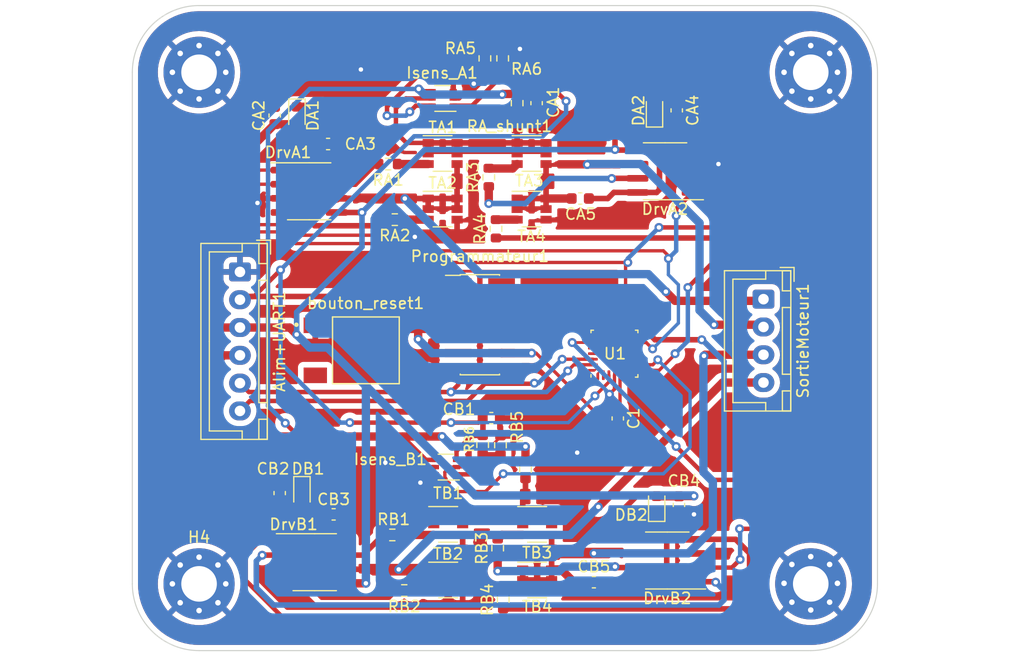
<source format=kicad_pcb>
(kicad_pcb (version 20211014) (generator pcbnew)
  (title_block (title "Driver Stepper Motor") (date "2022-12-28") (rev "2") (company "Tom CHARBONNEAU"))
  (layers (0 "F.Cu" signal) (31 "B.Cu" signal) (34 "B.Paste" user) (35 "F.Paste" user) (36 "B.SilkS" user "B.Silkscreen") (37 "F.SilkS" user "F.Silkscreen") (38 "B.Mask" user) (39 "F.Mask" user) (44 "Edge.Cuts" user))
  (net 0 "")
  (net 1 "GND")
  (net 2 "NRST")
  (net 3 "24V")
  (net 4 "12V")
  (net 5 "Net-(CA3-Pad1)")
  (net 6 "/Phase_A/A+")
  (net 7 "Net-(CA5-Pad1)")
  (net 8 "/Phase_A/A-")
  (net 9 "Net-(CB3-Pad1)")
  (net 10 "/Phase_B/B+")
  (net 11 "Net-(CB5-Pad1)")
  (net 12 "/Phase_B/B-")
  (net 13 "3,3V")
  (net 14 "PWMA")
  (net 15 "PWMA_IN")
  (net 16 "Net-(DrvA1-Pad4)")
  (net 17 "Net-(DrvA1-Pad7)")
  (net 18 "Net-(DrvA2-Pad4)")
  (net 19 "Net-(DrvA2-Pad7)")
  (net 20 "PWMB")
  (net 21 "PWMB_IN")
  (net 22 "Net-(DrvB1-Pad4)")
  (net 23 "Net-(DrvB1-Pad7)")
  (net 24 "Net-(DrvB2-Pad4)")
  (net 25 "Net-(DrvB2-Pad7)")
  (net 26 "Net-(Isens_A1-Pad5)")
  (net 27 "ADC_A")
  (net 28 "Net-(Isens_B1-Pad5)")
  (net 29 "ADC_B")
  (net 32 "SWDIO")
  (net 33 "SWCLK")
  (net 37 "Rx")
  (net 38 "Tx")
  (net 39 "Net-(RA1-Pad1)")
  (net 40 "Net-(RA2-Pad1)")
  (net 41 "Net-(RA3-Pad2)")
  (net 42 "Net-(RA4-Pad2)")
  (net 43 "Net-(RB1-Pad1)")
  (net 44 "Net-(RB2-Pad1)")
  (net 45 "Net-(RB3-Pad2)")
  (net 46 "Net-(RB4-Pad2)")
  (net 62 "Net-(Isens_A1-Pad1)")
  (net 63 "Net-(Isens_B1-Pad1)")
  (footprint "Resistor_SMD:R_0603_1608Metric" (layer "F.Cu") (at 91.35 171.725 -90)
    (fp_text reference "RB_shunt1" hide)
    (fp_text value "0,75m")
  )
  (footprint "Diode_SMD:D_0603_1608Metric" (layer "F.Cu") (at 103.15 174.9 90)
    (fp_text reference "DB2")
    (fp_text value "?")
  )
  (footprint "Package_TO_SOT_SMD:SuperSOT-6" (layer "F.Cu") (at 91.9 148.3)
    (fp_text reference "TA4")
    (fp_text value "FDC653N")
  )
  (footprint "Resistor_SMD:R_0603_1608Metric" (layer "F.Cu") (at 89.3 134.75 90)
    (fp_text reference "RA5")
    (fp_text value "100k")
  )
  (footprint "Package_TO_SOT_SMD:SuperSOT-6" (layer "F.Cu") (at 92.4 176.65)
    (fp_text reference "TB3")
    (fp_text value "FDC653N")
  )
  (footprint "Diode_SMD:D_0603_1608Metric" (layer "F.Cu") (at 71.25 173.8375 -90)
    (fp_text reference "DB1")
    (fp_text value "?")
  )
  (footprint "Resistor_SMD:R_0603_1608Metric" (layer "F.Cu") (at 79 144.25 180)
    (fp_text reference "RA1")
    (fp_text value "1k")
  )
  (footprint "Package_TO_SOT_SMD:SuperSOT-6" (layer "F.Cu") (at 92.4 181.65)
    (fp_text reference "TB4")
    (fp_text value "FDC653N")
  )
  (footprint "Package_SO:SOIC-8_3.9x4.9mm_P1.27mm" (layer "F.Cu") (at 71.9 146.7)
    (fp_text reference "DrvA1")
    (fp_text value "IR2183")
  )
  (footprint "Package_TO_SOT_SMD:SuperSOT-6" (layer "F.Cu") (at 83.9 148.3)
    (fp_text reference "TA2")
    (fp_text value "FDC653N")
  )
  (footprint "Connector_PinHeader_1.27mm:PinHeader_2x07_P1.27mm_Vertical_SMD" (layer "F.Cu") (at 87.25 158.7)
    (fp_text reference "Programmateur1")
    (fp_text value "swd")
  )
  (footprint "MountingHole:MountingHole_3.2mm_M3_Pad_Via" (layer "F.Cu") (at 62 136)
    (fp_text reference "H2" hide)
    (fp_text value "MountingHole_Pad" hide)
  )
  (footprint "Resistor_SMD:R_0603_1608Metric" (layer "F.Cu") (at 88.05 145.45 90)
    (fp_text reference "RA3")
    (fp_text value "1k")
  )
  (footprint "Package_TO_SOT_SMD:SuperSOT-6" (layer "F.Cu") (at 84.4 176.65)
    (fp_text reference "TB1")
    (fp_text value "FDC653N")
  )
  (footprint "Capacitor_SMD:C_0603_1608Metric" (layer "F.Cu") (at 92.35 138.775 90)
    (fp_text reference "CA1")
    (fp_text value "0,1uF")
  )
  (footprint "Package_SO:SOIC-8_3.9x4.9mm_P1.27mm" (layer "F.Cu") (at 72.4 180.05)
    (fp_text reference "DrvB1")
    (fp_text value "IR2183")
  )
  (footprint "Capacitor_SMD:C_0603_1608Metric" (layer "F.Cu") (at 97.5 181.85 180)
    (fp_text reference "CB5")
    (fp_text value "100nF")
  )
  (footprint "Connector_JST:JST_XH_B6B-XH-A_1x06_P2.50mm_Vertical" (layer "F.Cu") (at 65.675 153.95 -90)
    (fp_text reference "Alim+UART1")
    (fp_text value "Conn_01x06")
  )
  (footprint "MountingHole:MountingHole_3.2mm_M3_Pad_Via" (layer "F.Cu") (at 62 182)
    (fp_text reference "H4")
    (fp_text value "MountingHole_Pad")
  )
  (footprint "Package_TO_SOT_SMD:SuperSOT-6" (layer "F.Cu") (at 91.9 143.3)
    (fp_text reference "TA3")
    (fp_text value "FDC653N")
  )
  (footprint "Capacitor_SMD:C_0603_1608Metric" (layer "F.Cu") (at 68.8 139.8875 90)
    (fp_text reference "CA2")
    (fp_text value "100nF")
  )
  (footprint "Capacitor_SMD:C_0603_1608Metric" (layer "F.Cu") (at 69.25 173.8375 90)
    (fp_text reference "CB2")
    (fp_text value "100nF")
  )
  (footprint "Capacitor_SMD:C_0603_1608Metric" (layer "F.Cu") (at 105.15 174.9 -90)
    (fp_text reference "CB4")
    (fp_text value "100nF")
  )
  (footprint "Diode_SMD:D_0603_1608Metric" (layer "F.Cu") (at 102.95 139.4375 90)
    (fp_text reference "DA2")
    (fp_text value "?")
  )
  (footprint "Connector_JST:JST_XH_B4B-XH-A_1x04_P2.50mm_Vertical" (layer "F.Cu") (at 112.75 156.4 -90)
    (fp_text reference "SortieMoteur1")
    (fp_text value "OutMot")
  )
  (footprint "Resistor_SMD:R_0603_1608Metric" (layer "F.Cu") (at 87.7 134.75 -90)
    (fp_text reference "RA6")
    (fp_text value "100k")
  )
  (footprint "Resistor_SMD:R_0603_1608Metric" (layer "F.Cu") (at 89.1 169.525 90)
    (fp_text reference "RB5")
    (fp_text value "100k")
  )
  (footprint "Package_TO_SOT_SMD:SuperSOT-6" (layer "F.Cu") (at 84.4 181.65)
    (fp_text reference "TB2")
    (fp_text value "FDC653N")
  )
  (footprint "Package_TO_SOT_SMD:SOT-363_SC-70-6" (layer "F.Cu") (at 84.2 171.5 180)
    (fp_text reference "Isens_B1")
    (fp_text value "NCS210RSQT2G")
  )
  (footprint "Capacitor_SMD:C_0603_1608Metric" (layer "F.Cu") (at 73.6 142.45 180)
    (fp_text reference "CA3")
    (fp_text value "100nF")
  )
  (footprint "Package_TO_SOT_SMD:SuperSOT-6" (layer "F.Cu") (at 83.9 143.3)
    (fp_text reference "TA1")
    (fp_text value "FDC653N")
  )
  (footprint "Capacitor_SMD:C_0603_1608Metric" (layer "F.Cu") (at 96.275 147.35 180)
    (fp_text reference "CA5")
    (fp_text value "100nF")
  )
  (footprint "Resistor_SMD:R_0603_1608Metric" (layer "F.Cu") (at 88.85 178.8 90)
    (fp_text reference "RB3")
    (fp_text value "1k")
  )
  (footprint "Package_SO:SOIC-8_3.9x4.9mm_P1.27mm" (layer "F.Cu") (at 103.9 144.9 180)
    (fp_text reference "DrvA2")
    (fp_text value "IR2183")
  )
  (footprint "Resistor_SMD:R_0603_1608Metric" (layer "F.Cu") (at 88.7 150.075 90)
    (fp_text reference "RA4")
    (fp_text value "1k")
  )
  (footprint "Package_DFN_QFN:QFN-28_4x4mm_P0.5mm" (layer "F.Cu") (at 99.35 161.3 90)
    (fp_text reference "U1")
    (fp_text value "STM32G031G8U6")
  )
  (footprint "Resistor_SMD:R_0603_1608Metric" (layer "F.Cu") (at 90.6 138.775 -90)
    (fp_text reference "RA_shunt1")
    (fp_text value "0,75m")
  )
  (footprint "Resistor_SMD:R_0603_1608Metric" (layer "F.Cu") (at 79.375 177.6 180)
    (fp_text reference "RB1")
    (fp_text value "1k")
  )
  (footprint "Resistor_SMD:R_0603_1608Metric" (layer "F.Cu") (at 87.5 169.5 -90)
    (fp_text reference "RB6")
    (fp_text value "100k")
  )
  (footprint "Capacitor_SMD:C_0603_1608Metric" (layer "F.Cu") (at 74.1 175.75 180)
    (fp_text reference "CB3")
    (fp_text value "100nF")
  )
  (footprint "Capacitor_SMD:C_0603_1608Metric" (layer "F.Cu") (at 99.65 167.125 -90)
    (fp_text reference "C1")
    (fp_text value "0.1uF")
  )
  (footprint "Capacitor_SMD:C_0603_1608Metric" (layer "F.Cu") (at 104.95 139.425 -90)
    (fp_text reference "CA4")
    (fp_text value "100nF")
  )
  (footprint "MountingHole:MountingHole_3.2mm_M3_Pad_Via" (layer "F.Cu") (at 117 136)
    (fp_text reference "H1" hide)
    (fp_text value "MountingHole_Pad" hide)
  )
  (footprint "Package_SO:SOIC-8_3.9x4.9mm_P1.27mm" (layer "F.Cu") (at 104.1 179.9 180)
    (fp_text reference "DrvB2")
    (fp_text value "IR2183")
  )
  (footprint "Resistor_SMD:R_0603_1608Metric" (layer "F.Cu") (at 79.6 149.25 180)
    (fp_text reference "RA2")
    (fp_text value "1k")
  )
  (footprint "Package_TO_SOT_SMD:SOT-363_SC-70-6" (layer "F.Cu") (at 83.9 138.35 180)
    (fp_text reference "Isens_A1")
    (fp_text value "NCS210RSQT2G")
  )
  (footprint "Capacitor_SMD:C_0603_1608Metric" (layer "F.Cu") (at 88.275 167.1 180)
    (fp_text reference "CB1")
    (fp_text value "0,1uF")
  )
  (footprint "Resistor_SMD:R_0603_1608Metric" (layer "F.Cu") (at 80.45 182.6 180)
    (fp_text reference "RB2")
    (fp_text value "1k")
  )
  (footprint "MountingHole:MountingHole_3.2mm_M3_Pad_Via" (layer "F.Cu") (at 117 181.95)
    (fp_text reference "H3" hide)
    (fp_text value "MountingHole_Pad" hide)
  )
  (footprint "Diode_SMD:D_0603_1608Metric" (layer "F.Cu") (at 70.8 139.8875 -90)
    (fp_text reference "DA1")
    (fp_text value "?")
  )
  (footprint "Resistor_SMD:R_0603_1608Metric" (layer "F.Cu") (at 89.35 183.425 90)
    (fp_text reference "RB4")
    (fp_text value "1k")
  )
  (footprint "2-1437565-7:SW_2-1437565-7" (layer "F.Cu") (at 77 161)
    (fp_text reference "bouton_reset1")
    (fp_text value "SW_Push")
  )
  (gr_arc (start 62 188) (mid 57.757359 186.242641) (end 56 182) (layer "Edge.Cuts") (width 0.1))
  (gr_arc (start 117 130) (mid 121.242641 131.757359) (end 123 136) (layer "Edge.Cuts") (width 0.1))
  (gr_arc (start 56 136) (mid 57.757359 131.757359) (end 62 130) (layer "Edge.Cuts") (width 0.1))
  (gr_line (start 117 188) (end 62 188) (layer "Edge.Cuts") (width 0.1))
  (gr_line (start 56 182) (end 56 136) (layer "Edge.Cuts") (width 0.1))
  (gr_line (start 62 130) (end 117 130) (layer "Edge.Cuts") (width 0.1))
  (gr_line (start 123 136) (end 123 182) (layer "Edge.Cuts") (width 0.1))
  (gr_arc (start 123 182) (mid 121.242641 186.242641) (end 117 188) (layer "Edge.Cuts") (width 0.1))
  (segment (start 89.1 168.7) (end 89.1 168.7862) (width 0.25) (layer "F.Cu") (net 1))
  (segment (start 106.375 144.265) (end 104.985 144.265) (width 0.4) (layer "F.Cu") (net 1))
  (segment (start 84.25 171.8) (end 84.1 171.95) (width 0.3) (layer "F.Cu") (net 1))
  (segment (start 82.05 172.95) (end 81.95 172.95) (width 0.3) (layer "F.Cu") (net 1))
  (segment (start 104.985 144.265) (end 104.15 145.1) (width 0.4) (layer "F.Cu") (net 1))
  (segment (start 108.7 144.25) (end 106.39 144.25) (width 0.4) (layer "F.Cu") (net 1))
  (segment (start 81.95 172.95) (end 81.9 172.9) (width 0.3) (layer "F.Cu") (net 1))
  (segment (start 86.233 170.0022) (end 86.233 171.0182) (width 0.25) (layer "F.Cu") (net 1))
  (segment (start 88.4174 169.4688) (end 86.7664 169.4688) (width 0.25) (layer "F.Cu") (net 1))
  (segment (start 102.25 149.25) (end 93.2 149.25) (width 0.4) (layer "F.Cu") (net 1))
  (segment (start 104.15 145.1) (end 104.15 147.35) (width 0.4) (layer "F.Cu") (net 1))
  (segment (start 84.1 171.95) (end 84.1 172.75) (width 0.3) (layer "F.Cu") (net 1))
  (segment (start 106.39 144.25) (end 106.375 144.265) (width 0.4) (layer "F.Cu") (net 1))
  (segment (start 84.1 172.75) (end 83.9 172.95) (width 0.3) (layer "F.Cu") (net 1))
  (segment (start 86.7664 169.4688) (end 86.233 170.0022) (width 0.25) (layer "F.Cu") (net 1))
  (segment (start 106.5 175.75) (end 105.225 175.75) (width 0.5) (layer "F.Cu") (net 1))
  (segment (start 98.9 164.95) (end 99.35 164.5) (width 0.3) (layer "F.Cu") (net 1))
  (segment (start 89.1 167.125) (end 89.075 167.1) (width 0.4) (layer "F.Cu") (net 1))
  (segment (start 85.3755 138.35) (end 86.7 137.0255) (width 0.4) (layer "F.Cu") (net 1))
  (segment (start 99.35 164.5) (end 99.35 163.2375) (width 0.3) (layer "F.Cu") (net 1))
  (segment (start 83.9 172.95) (end 82.05 172.95) (width 0.3) (layer "F.Cu") (net 1))
  (segment (start 85.7512 171.5) (end 85.15 171.5) (width 0.25) (layer "F.Cu") (net 1))
  (segment (start 86.233 171.0182) (end 85.7512 171.5) (width 0.25) (layer "F.Cu") (net 1))
  (segment (start 85.15 171.5) (end 84.55 171.5) (width 0.3) (layer "F.Cu") (net 1))
  (segment (start 84.85 138.35) (end 85.3755 138.35) (width 0.4) (layer "F.Cu") (net 1))
  (segment (start 89.1 168.7862) (end 88.4174 169.4688) (width 0.25) (layer "F.Cu") (net 1))
  (segment (start 104.15 147.35) (end 102.25 149.25) (width 0.4) (layer "F.Cu") (net 1))
  (segment (start 105.225 175.75) (end 105.15 175.675) (width 0.5) (layer "F.Cu") (net 1))
  (segment (start 84.55 171.5) (end 84.25 171.8) (width 0.3) (layer "F.Cu") (net 1))
  (via (at 81.4 150.8) (size 0.8) (drill 0.4) (layers "F.Cu" "B.Cu") (net 1))
  (via (at 81.9 172.9) (size 0.8) (drill 0.4) (layers "F.Cu" "B.Cu") (net 1))
  (via (at 90.85 133.9) (size 0.8) (drill 0.4) (layers "F.Cu" "B.Cu") (net 1))
  (via (at 98.9 164.95) (size 0.8) (drill 0.4) (layers "F.Cu" "B.Cu") (net 1))
  (via (at 76.55 135.75) (size 0.8) (drill 0.4) (layers "F.Cu" "B.Cu") (net 1))
  (via (at 67.25 147.75) (size 0.8) (drill 0.4) (layers "F.Cu" "B.Cu") (net 1))
  (via (at 86.7 137.0255) (size 0.8) (drill 0.4) (layers "F.Cu" "B.Cu") (net 1))
  (via (at 78.75 171.1) (size 0.8) (drill 0.4) (layers "F.Cu" "B.Cu") (net 1))
  (via (at 108.7 144.25) (size 0.8) (drill 0.4) (layers "F.Cu" "B.Cu") (net 1))
  (via (at 106.5 175.75) (size 0.8) (drill 0.4) (layers "F.Cu" "B.Cu") (net 1))
  (via (at 96 170.2) (size 0.8) (drill 0.4) (layers "F.Cu" "B.Cu") (net 1))
  (segment (start 65.675 153.95) (end 65.675 149.325) (width 0.3) (layer "B.Cu") (net 1))
  (segment (start 65.675 149.325) (end 67.25 147.75) (width 0.3) (layer "B.Cu") (net 1))
  (segment (start 85.4245 135.75) (end 76.55 135.75) (width 0.4) (layer "B.Cu") (net 1))
  (segment (start 86.7 137.0255) (end 85.4245 135.75) (width 0.4) (layer "B.Cu") (net 1))
  (segment (start 81.9 172.9) (end 80.55 172.9) (width 0.3) (layer "B.Cu") (net 1))
  (segment (start 80.55 172.9) (end 78.75 171.1) (width 0.3) (layer "B.Cu") (net 1))
  (segment (start 86.7 137.0255) (end 87.7245 137.0255) (width 0.4) (layer "B.Cu") (net 1))
  (segment (start 87.7245 137.0255) (end 90.85 133.9) (width 0.4) (layer "B.Cu") (net 1))
  (segment (start 81.4 150.8) (end 79.3 152.9) (width 0.3) (layer "B.Cu") (net 1))
  (segment (start 79.3 152.9) (end 79.3 158.48) (width 0.3) (layer "B.Cu") (net 1))
  (segment (start 92.3 161.25) (end 97.7 166.65) (width 0.3) (layer "F.Cu") (net 2))
  (segment (start 97.7 166.65) (end 99.05 166.65) (width 0.3) (layer "F.Cu") (net 2))
  (segment (start 91.9 161.25) (end 92.3 161.25) (width 0.3) (layer "F.Cu") (net 2))
  (segment (start 81.7 160) (end 81.7 158.9) (width 0.75) (layer "F.Cu") (net 2))
  (segment (start 89.21 161.25) (end 89.2 161.24) (width 0.75) (layer "F.Cu") (net 2))
  (segment (start 81.7 158.9) (end 81.55 158.75) (width 0.75) (layer "F.Cu") (net 2))
  (segment (start 99.05 166.65) (end 99.85 165.85) (width 0.3) (layer "F.Cu") (net 2))
  (segment (start 99.85 165.85) (end 99.85 163.2375) (width 0.3) (layer "F.Cu") (net 2))
  (segment (start 91.9 161.25) (end 89.21 161.25) (width 0.75) (layer "F.Cu") (net 2))
  (via (at 81.7 160) (size 0.8) (drill 0.4) (layers "F.Cu" "B.Cu") (net 2))
  (via (at 91.9 161.25) (size 0.8) (drill 0.4) (layers "F.Cu" "B.Cu") (net 2))
  (segment (start 81.7 160) (end 82.95 161.25) (width 0.75) (layer "B.Cu") (net 2))
  (segment (start 82.95 161.25) (end 91.9 161.25) (width 0.75) (layer "B.Cu") (net 2))
  (segment (start 83.85 168.75) (end 80.3 168.75) (width 0.75) (layer "F.Cu") (net 3))
  (segment (start 71.5 168.75) (end 64.8 168.75) (width 0.75) (layer "F.Cu") (net 3))
  (segment (start 83.25 170.85) (end 82.4 170.85) (width 0.4) (layer "F.Cu") (net 3))
  (segment (start 64.2 161.45) (end 65.675 161.45) (width 0.75) (layer "F.Cu") (net 3))
  (segment (start 63.7 167.65) (end 63.7 161.95) (width 0.75) (layer "F.Cu") (net 3))
  (segment (start 63.7 161.95) (end 64.2 161.45) (width 0.75) (layer "F.Cu") (net 3))
  (segment (start 69.75 167.55) (end 70.95 168.75) (width 0.4) (layer "F.Cu") (net 3))
  (segment (start 89.3 137.95) (end 89.25 138) (width 0.75) (layer "F.Cu") (net 3))
  (segment (start 70.95 168.75) (end 71.5 168.75) (width 0.4) (layer "F.Cu") (net 3))
  (segment (start 80.3 168.75) (end 71.5 168.75) (width 0.75) (layer "F.Cu") (net 3))
  (segment (start 91.35 169.65) (end 91.35 170.9) (width 0.75) (layer "F.Cu") (net 3))
  (segment (start 64.8 168.75) (end 63.7 167.65) (width 0.75) (layer "F.Cu") (net 3))
  (segment (start 90.6 137.95) (end 89.3 137.95) (width 0.75) (layer "F.Cu") (net 3))
  (segment (start 82.95 137.7) (end 81.95 137.7) (width 0.4) (layer "F.Cu") (net 3))
  (segment (start 81.95 137.7) (end 81.75 137.5) (width 0.4) (layer "F.Cu") (net 3))
  (segment (start 82.4 170.85) (end 80.3 168.75) (width 0.4) (layer "F.Cu") (net 3))
  (via (at 81.75 137.5) (size 0.8) (drill 0.4) (layers "F.Cu" "B.Cu") (net 3))
  (via (at 89.25 138) (size 0.8) (drill 0.4) (layers "F.Cu" "B.Cu") (net 3))
  (via (at 91.35 169.65) (size 0.8) (drill 0.4) (layers "F.Cu" "B.Cu") (net 3))
  (via (at 83.85 168.75) (size 0.8) (drill 0.4) (layers "F.Cu" "B.Cu") (net 3))
  (via (at 69.75 167.55) (size 0.8) (drill 0.4) (layers "F.Cu" "B.Cu") (net 3))
  (segment (start 84.75 169.65) (end 83.85 168.75) (width 0.75) (layer "B.Cu") (net 3))
  (segment (start 89.25 138) (end 82.25 138) (width 0.75) (layer "B.Cu") (net 3))
  (segment (start 91.35 169.65) (end 84.75 169.65) (width 0.75) (layer "B.Cu") (net 3))
  (segment (start 71.95 137.5) (end 81.75 137.5) (width 0.4) (layer "B.Cu") (net 3))
  (segment (start 68.2 166) (end 68.2 141.25) (width 0.4) (layer "B.Cu") (net 3))
  (segment (start 69.75 167.55) (end 68.2 166) (width 0.4) (layer "B.Cu") (net 3))
  (segment (start 82.25 138) (end 81.75 137.5) (width 0.75) (layer "B.Cu") (net 3))
  (segment (start 68.2 141.25) (end 71.95 137.5) (width 0.4) (layer "B.Cu") (net 3))
  (segment (start 76.645 148.605) (end 76.65 148.6) (width 0.5) (layer "F.Cu") (net 4))
  (segment (start 74.375 148.605) (end 76.645 148.605) (width 0.5) (layer "F.Cu") (net 4))
  (segment (start 74.88 181.95) (end 74.875 181.955) (width 0.75) (layer "F.Cu") (net 4))
  (segment (start 70.15 158.95) (end 65.675 158.95) (width 0.75) (layer "F.Cu") (net 4))
  (segment (start 99.4 140.95) (end 101.7 138.65) (width 0.5) (layer "F.Cu") (net 4))
  (segment (start 101.625 177.995) (end 101.195 177.995) (width 0.5) (layer "F.Cu") (net 4))
  (segment (start 99.445 142.995) (end 99.4 142.95) (width 0.5) (layer "F.Cu") (net 4))
  (segment (start 101.7 138.65) (end 102.95 138.65) (width 0.5) (layer "F.Cu") (net 4))
  (segment (start 68.8125 140.675) (end 68.8 140.6625) (width 0.75) (layer "F.Cu") (net 4))
  (segment (start 101.425 142.995) (end 99.445 142.995) (width 0.5) (layer "F.Cu") (net 4))
  (segment (start 62.35 158.95) (end 65.675 158.95) (width 0.75) (layer "F.Cu") (net 4))
  (segment (start 69.25 174.6125) (end 71.2375 174.6125) (width 0.75) (layer "F.Cu") (net 4))
  (segment (start 70.8 140.675) (end 68.8125 140.675) (width 0.75) (layer "F.Cu") (net 4))
  (segment (start 62.35 168.6) (end 62.35 161) (width 0.75) (layer "F.Cu") (net 4))
  (segment (start 103.1625 174.125) (end 103.15 174.1125) (width 0.75) (layer "F.Cu") (net 4))
  (segment (start 70.775 159.575) (end 70.15 158.95) (width 0.75) (layer "F.Cu") (net 4))
  (segment (start 106.5 174.1) (end 105.175 174.1) (width 0.75) (layer "F.Cu") (net 4))
  (segment (start 68.3625 174.6125) (end 62.35 168.6) (width 0.75) (layer "F.Cu") (net 4))
  (segment (start 100.15 175.3) (end 101.3375 174.1125) (width 0.5) (layer "F.Cu") (net 4))
  (segment (start 71.2375 174.6125) (end 71.25 174.625) (width 0.75) (layer "F.Cu") (net 4))
  (segment (start 105.175 174.1) (end 105.15 174.125) (width 0.75) (layer "F.Cu") (net 4))
  (segment (start 62.35 147.1125) (end 62.35 161) (width 0.75) (layer "F.Cu") (net 4))
  (segment (start 69.25 174.6125) (end 68.3625 174.6125) (width 0.75) (layer "F.Cu") (net 4))
  (segment (start 62.35 161) (end 62.35 158.95) (width 0.75) (layer "F.Cu") (net 4))
  (segment (start 101.195 177.995) (end 100.15 176.95) (width 0.5) (layer "F.Cu") (net 4))
  (segment (start 99.4 142.95) (end 99.4 140.95) (width 0.5) (layer "F.Cu") (net 4))
  (segment (start 68.8 140.6625) (end 62.35 147.1125) (width 0.75) (layer "F.Cu") (net 4))
  (segment (start 100.15 176.95) (end 100.15 175.3) (width 0.5) (layer "F.Cu") (net 4))
  (segment (start 77 181.95) (end 74.88 181.95) (width 0.75) (layer "F.Cu") (net 4))
  (segment (start 105.15 174.125) (end 103.1625 174.125) (width 0.75) (layer "F.Cu") (net 4))
  (segment (start 101.3375 174.1125) (end 103.15 174.1125) (width 0.5) (layer "F.Cu") (net 4))
  (segment (start 104.95 138.65) (end 102.95 138.65) (width 0.75) (layer "F.Cu") (net 4))
  (via (at 77 181.95) (size 0.8) (drill 0.4) (layers "F.Cu" "B.Cu") (net 4))
  (via (at 99.4 142.95) (size 0.8) (drill 0.4) (layers "F.Cu" "B.Cu") (net 4))
  (via (at 106.5 174.1) (size 0.8) (drill 0.4) (layers "F.Cu" "B.Cu") (net 4))
  (via (at 70.775 159.575) (size 0.8) (drill 0.4) (layers "F.Cu" "B.Cu") (net 4))
  (via (at 76.65 148.6) (size 0.8) (drill 0.4) (layers "F.Cu" "B.Cu") (net 4))
  (segment (start 76.6 163.8) (end 77 164.2) (width 0.75) (layer "B.Cu") (net 4))
  (segment (start 70.775 157.575) (end 76.65 151.7) (width 0.5) (layer "B.Cu") (net 4))
  (segment (start 70.775 159.575) (end 71.95 160.75) (width 0.75) (layer "B.Cu") (net 4))
  (segment (start 77 164.2) (end 77 181.95) (width 0.75) (layer "B.Cu") (net 4))
  (segment (start 106.5 174.1) (end 106.45 174.05) (width 0.75) (layer "B.Cu") (net 4))
  (segment (start 73.55 160.75) (end 76.6 163.8) (width 0.75) (layer "B.Cu") (net 4))
  (segment (start 76.65 151.7) (end 76.65 148.6) (width 0.5) (layer "B.Cu") (net 4))
  (segment (start 82.3 142.95) (end 76.65 148.6) (width 0.5) (layer "B.Cu") (net 4))
  (segment (start 71.95 160.75) (end 73.55 160.75) (width 0.75) (layer "B.Cu") (net 4))
  (segment (start 70.775 159.575) (end 70.775 157.575) (width 0.5) (layer "B.Cu") (net 4))
  (segment (start 106.45 174.05) (end 86.85 174.05) (width 0.75) (layer "B.Cu") (net 4))
  (segment (start 86.85 174.05) (end 76.6 163.8) (width 0.75) (layer "B.Cu") (net 4))
  (segment (start 99.4 142.95) (end 82.3 142.95) (width 0.5) (layer "B.Cu") (net 4))
  (segment (start 74.375 142.45) (end 74.375 144.795) (width 0.75) (layer "F.Cu") (net 5))
  (segment (start 74.375 140.325) (end 73.15 139.1) (width 0.75) (layer "F.Cu") (net 5))
  (segment (start 74.375 142.45) (end 74.375 140.325) (width 0.75) (layer "F.Cu") (net 5))
  (segment (start 73.15 139.1) (end 70.8 139.1) (width 0.75) (layer "F.Cu") (net 5))
  (segment (start 72.75 147.35) (end 74.36 147.35) (width 0.75) (layer "F.Cu") (net 6))
  (segment (start 71.8 146.4) (end 72.75 147.35) (width 0.75) (layer "F.Cu") (net 6))
  (segment (start 72.65 142.45) (end 71.8 143.3) (width 0.75) (layer "F.Cu") (net 6))
  (segment (start 103.975 155.725) (end 104.8 156.55) (width 0.75) (layer "F.Cu") (net 6))
  (segment (start 71.8 143.3) (end 71.8 146.4) (width 0.75) (layer "F.Cu") (net 6))
  (segment (start 104.8 156.55) (end 112.6 156.55) (width 0.75) (layer "F.Cu") (net 6))
  (segment (start 112.6 156.55) (end 112.75 156.4) (width 0.75) (layer "F.Cu") (net 6))
  (segment (start 72.825 142.45) (end 72.65 142.45) (width 0.75) (layer "F.Cu") (net 6))
  (segment (start 74.36 147.35) (end 74.375 147.335) (width 0.75) (layer "F.Cu") (net 6))
  (via (at 80.5 147.35) (size 0.8) (drill 0.4) (layers "F.Cu" "B.Cu") (net 6))
  (via (at 103.975 155.725) (size 0.8) (drill 0.4) (layers "F.Cu" "B.Cu") (net 6))
  (segment (start 87.3 154.15) (end 80.5 147.35) (width 0.75) (layer "B.Cu") (net 6))
  (segment (start 102.4 154.15) (end 87.3 154.15) (width 0.75) (layer "B.Cu") (net 6))
  (segment (start 103.975 155.725) (end 102.4 154.15) (width 0.75) (layer "B.Cu") (net 6))
  (segment (start 103.145 146.805) (end 103.4 146.55) (width 0.5) (layer "F.Cu") (net 7))
  (segment (start 103.4 146.55) (end 103.4 141.65) (width 0.5) (layer "F.Cu") (net 7))
  (segment (start 101.425 146.805) (end 103.145 146.805) (width 0.5) (layer "F.Cu") (net 7))
  (segment (start 101.42 146.8) (end 101.425 146.805) (width 0.5) (layer "F.Cu") (net 7))
  (segment (start 97.05 147.35) (end 98.75 147.35) (width 0.5) (layer "F.Cu") (net 7))
  (segment (start 103.4 141.65) (end 102.95 141.2) (width 0.5) (layer "F.Cu") (net 7))
  (segment (start 99.3 146.8) (end 101.42 146.8) (width 0.5) (layer "F.Cu") (net 7))
  (segment (start 102.95 141.2) (end 102.95 140.225) (width 0.5) (layer "F.Cu") (net 7))
  (segment (start 98.75 147.35) (end 99.3 146.8) (width 0.5) (layer "F.Cu") (net 7))
  (segment (start 93.2 147.35) (end 95.5 147.35) (width 0.75) (layer "F.Cu") (net 8))
  (segment (start 112.55 158.7) (end 112.75 158.9) (width 0.75) (layer "F.Cu") (net 8))
  (segment (start 108.3 158.7) (end 112.55 158.7) (width 0.75) (layer "F.Cu") (net 8))
  (via (at 96.9 144.3) (size 0.8) (drill 0.4) (layers "F.Cu" "B.Cu") (net 8))
  (via (at 108.3 158.7) (size 0.8) (drill 0.4) (layers "F.Cu" "B.Cu") (net 8))
  (segment (start 107 157.4) (end 107 149.55) (width 0.75) (layer "B.Cu") (net 8))
  (segment (start 101.7 144.25) (end 96.95 144.25) (width 0.75) (layer "B.Cu") (net 8))
  (segment (start 96.95 144.25) (end 96.9 144.3) (width 0.75) (layer "B.Cu") (net 8))
  (segment (start 107 149.55) (end 101.7 144.25) (width 0.75) (layer "B.Cu") (net 8))
  (segment (start 108.3 158.7) (end 107 157.4) (width 0.75) (layer "B.Cu") (net 8))
  (segment (start 74.875 178.145) (end 74.875 175.75) (width 0.75) (layer "F.Cu") (net 9))
  (segment (start 74.875 174.175) (end 73.75 173.05) (width 0.75) (layer "F.Cu") (net 9))
  (segment (start 73.75 173.05) (end 71.25 173.05) (width 0.75) (layer "F.Cu") (net 9))
  (segment (start 74.875 175.75) (end 74.875 174.175) (width 0.75) (layer "F.Cu") (net 9))
  (segment (start 72.6 176.475) (end 73.325 175.75) (width 0.75) (layer "F.Cu") (net 10))
  (segment (start 97.9 175.0745) (end 109.0745 163.9) (width 0.75) (layer "F.Cu") (net 10))
  (segment (start 74.875 180.685) (end 73.085 180.685) (width 0.75) (layer "F.Cu") (net 10))
  (segment (start 73.085 180.685) (end 72.6 180.2) (width 0.75) (layer "F.Cu") (net 10))
  (segment (start 72.6 180.2) (end 72.6 176.475) (width 0.75) (layer "F.Cu") (net 10))
  (segment (start 109.0745 163.9) (end 112.75 163.9) (width 0.75) (layer "F.Cu") (net 10))
  (via (at 97.9 175.0745) (size 0.8) (drill 0.4) (layers "F.Cu" "B.Cu") (net 10))
  (via (at 79.95 180.7) (size 0.8) (drill 0.4) (layers "F.Cu" "B.Cu") (net 10))
  (segment (start 83.05 177.6) (end 79.95 180.7) (width 0.75) (layer "B.Cu") (net 10))
  (segment (start 95.3745 177.6) (end 83.05 177.6) (width 0.75) (layer "B.Cu") (net 10))
  (segment (start 97.9 175.0745) (end 95.3745 177.6) (width 0.75) (layer "B.Cu") (net 10))
  (segment (start 104.05 177.45) (end 104.05 181.05) (width 0.5) (layer "F.Cu") (net 11))
  (segment (start 103.15 175.6875) (end 103.15 176.55) (width 0.5) (layer "F.Cu") (net 11))
  (segment (start 103.15 176.55) (end 104.05 177.45) (width 0.5) (layer "F.Cu") (net 11))
  (segment (start 103.295 181.805) (end 101.625 181.805) (width 0.5) (layer "F.Cu") (net 11))
  (segment (start 104.05 181.05) (end 103.295 181.805) (width 0.5) (layer "F.Cu") (net 11))
  (segment (start 98.32 181.805) (end 98.275 181.85) (width 0.5) (layer "F.Cu") (net 11))
  (segment (start 101.625 181.805) (end 98.32 181.805) (width 0.5) (layer "F.Cu") (net 11))
  (segment (start 107.5 161.4) (end 112.75 161.4) (width 0.75) (layer "F.Cu") (net 12))
  (segment (start 96.725 181.85) (end 95.7 181.85) (width 0.75) (layer "F.Cu") (net 12))
  (segment (start 94.55 180.7) (end 93.7 180.7) (width 0.75) (layer "F.Cu") (net 12))
  (segment (start 95.7 181.85) (end 94.55 180.7) (width 0.75) (layer "F.Cu") (net 12))
  (segment (start 107.5 161.4) (end 107.4 161.5) (width 0.75) (layer "F.Cu") (net 12))
  (via (at 107.4 161.5) (size 0.8) (drill 0.4) (layers "F.Cu" "B.Cu") (net 12))
  (via (at 97.5 179.25) (size 0.8) (drill 0.4) (layers "F.Cu" "B.Cu") (net 12))
  (segment (start 108.2 177.05) (end 106 179.25) (width 0.75) (layer "B.Cu") (net 12))
  (segment (start 107.4 161.5) (end 107.35 161.55) (width 0.75) (layer "B.Cu") (net 12))
  (segment (start 107.35 161.55) (end 107.35 171.95) (width 0.75) (layer "B.Cu") (net 12))
  (segment (start 108.2 172.8) (end 108.2 177.05) (width 0.75) (layer "B.Cu") (net 12))
  (segment (start 106 179.25) (end 97.5 179.25) (width 0.75) (layer "B.Cu") (net 12))
  (segment (start 107.35 171.95) (end 108.2 172.8) (width 0.75) (layer "B.Cu") (net 12))
  (segment (start 75.55 167.5) (end 87.125 167.5) (width 0.4) (layer "F.Cu") (net 13))
  (segment (start 86.5 168.7) (end 87.5 168.7) (width 0.4) (layer "F.Cu") (net 13))
  (segment (start 66.94 156.16) (end 66.79 156.16) (width 0.4) (layer "F.Cu") (net 13))
  (segment (start 85.3 156.16) (end 67.99 156.16) (width 0.5) (layer "F.Cu") (net 13))
  (segment (start 95 138.6) (end 94.35 137.95) (width 0.4) (layer "F.Cu") (net 13))
  (segment (start 84.85 137.7) (end 84.85 136.5) (width 0.5) (layer "F.Cu") (net 13))
  (segment (start 92.4 137.95) (end 92.35 138) (width 0.4) (layer "F.Cu") (net 13))
  (segment (start 85.15 170.85) (end 85.15 170.05) (width 0.4) (layer "F.Cu") (net 13))
  (segment (start 67.99 156.16) (end 66.79 156.16) (width 0.5) (layer "F.Cu") (net 13))
  (segment (start 98.85 163.85) (end 97.6 165.1) (width 0.3) (layer "F.Cu") (net 13))
  (segment (start 87.425 133.925) (end 87.7 133.925) (width 0.5) (layer "F.Cu") (net 13))
  (segment (start 87.525 167.1) (end 87.525 168.675) (width 0.5) (layer "F.Cu") (net 13))
  (segment (start 69.325 153.775) (end 66.94 156.16) (width 0.4) (layer "F.Cu") (net 13))
  (segment (start 65.965 156.16) (end 65.675 156.45) (width 0.5) (layer "F.Cu") (net 13))
  (segment (start 91.55 132.6) (end 88.15 132.6) (width 0.5) (layer "F.Cu") (net 13))
  (segment (start 85.15 170.05) (end 86.5 168.7) (width 0.4) (layer "F.Cu") (net 13))
  (segment (start 88.15 132.6) (end 87.7 133.05) (width 0.5) (layer "F.Cu") (net 13))
  (segment (start 84.85 136.5) (end 87.425 133.925) (width 0.5) (layer "F.Cu") (net 13))
  (segment (start 98.85 163.2375) (end 98.85 163.85) (width 0.3) (layer "F.Cu") (net 13))
  (segment (start 66.79 156.16) (end 65.965 156.16) (width 0.5) (layer "F.Cu") (net 13))
  (segment (start 87.525 168.675) (end 87.5 168.7) (width 0.5) (layer "F.Cu") (net 13))
  (segment (start 92.35 138) (end 92.35 133.4) (width 0.5) (layer "F.Cu") (net 13))
  (segment (start 94.35 137.95) (end 92.4 137.95) (width 0.4) (layer "F.Cu") (net 13))
  (segment (start 87.7 133.05) (end 87.7 133.925) (width 0.5) (layer "F.Cu") (net 13))
  (segment (start 92.35 133.4) (end 91.55 132.6) (width 0.5) (layer "F.Cu") (net 13))
  (segment (start 87.125 167.5) (end 87.525 167.1) (width 0.4) (layer "F.Cu") (net 13))
  (via (at 69.325 153.775) (size 0.8) (drill 0.4) (layers "F.Cu" "B.Cu") (net 13))
  (via (at 97.6 165.1) (size 0.8) (drill 0.4) (layers "F.Cu" "B.Cu") (net 13))
  (via (at 95 138.6) (size 0.8) (drill 0.4) (layers "F.Cu" "B.Cu") (net 13))
  (via (at 84.65 167.5) (size 0.8) (drill 0.4) (layers "F.Cu" "B.Cu") (net 13))
  (via (at 75.55 167.5) (size 0.8) (drill 0.4) (layers "F.Cu" "B.Cu") (net 13))
  (segment (start 69.325 153.775) (end 69.325 162.125) (width 0.4) (layer "B.Cu") (net 13))
  (segment (start 95 139.65) (end 95 138.6) (width 0.4) (layer "B.Cu") (net 13))
  (segment (start 92.9 141.75) (end 95 139.65) (width 0.4) (layer "B.Cu") (net 13))
  (segment (start 74.7 167.5) (end 75.55 167.5) (width 0.4) (layer "B.Cu") (net 13))
  (segment (start 84.65 167.5) (end 95.2 167.5) (width 0.3) (layer "B.Cu") (net 13))
  (segment (start 69.325 153.775) (end 81.35 141.75) (width 0.4) (layer "B.Cu") (net 13))
  (segment (start 95.2 167.5) (end 97.6 165.1) (width 0.3) (layer "B.Cu") (net 13))
  (segment (start 81.35 141.75) (end 92.9 141.75) (width 0.4) (layer "B.Cu") (net 13))
  (segment (start 69.325 162.125) (end 74.7 167.5) (width 0.4) (layer "B.Cu") (net 13))
  (segment (start 65.4 148.95) (end 65.4 146.85) (width 0.3) (layer "F.Cu") (net 14))
  (segment (start 108 149.95) (end 103.35 149.95) (width 0.4) (layer "F.Cu") (net 14))
  (segment (start 66.8 150.35) (end 65.4 148.95) (width 0.3) (layer "F.Cu") (net 14))
  (segment (start 100.35 159.3625) (end 100.35 153.3) (width 0.3) (layer "F.Cu") (net 14))
  (segment (start 80.05 153.1) (end 78.35 151.4) (width 0.3) (layer "F.Cu") (net 14))
  (segment (start 70.7 151.4) (end 69.65 150.35) (width 0.3) (layer "F.Cu") (net 14))
  (segment (start 109.2 148.75) (end 108 149.95) (width 0.4) (layer "F.Cu") (net 14))
  (segment (start 100.55 153.1) (end 80.05 153.1) (width 0.3) (layer "F.Cu") (net 14))
  (segment (start 65.4 146.85) (end 67.455 144.795) (width 0.3) (layer "F.Cu") (net 14))
  (segment (start 67.455 144.795) (end 69.425 144.795) (width 0.3) (layer "F.Cu") (net 14))
  (segment (start 69.65 150.35) (end 66.8 150.35) (width 0.3) (layer "F.Cu") (net 14))
  (segment (start 109.2 146.15) (end 109.2 148.75) (width 0.4) (layer "F.Cu") (net 14))
  (segment (start 100.35 153.3) (end 100.55 153.1) (width 0.3) (layer "F.Cu") (net 14))
  (segment (start 78.35 151.4) (end 70.7 151.4) (width 0.3) (layer "F.Cu") (net 14))
  (segment (start 106.375 145.535) (end 108.585 145.535) (width 0.4) (layer "F.Cu") (net 14))
  (segment (start 108.585 145.535) (end 109.2 146.15) (width 0.4) (layer "F.Cu") (net 14))
  (via (at 100.55 153.1) (size 0.8) (drill 0.4) (layers "F.Cu" "B.Cu") (net 14))
  (via (at 103.35 149.95) (size 0.8) (drill 0.4) (layers "F.Cu" "B.Cu") (net 14))
  (segment (start 100.55 153.1) (end 100.55 152.75) (width 0.4) (layer "B.Cu") (net 14))
  (segment (start 100.55 152.75) (end 103.35 149.95) (width 0.4) (layer "B.Cu") (net 14))
  (segment (start 78.9 150.65) (end 71.2 150.65) (width 0.3) (layer "F.Cu") (net 15))
  (segment (start 102.781115 160.870817) (end 102.210298 160.3) (width 0.3) (layer "F.Cu") (net 15))
  (segment (start 106.375 146.805) (end 104.9 148.28) (width 0.4) (layer "F.Cu") (net 15))
  (segment (start 80.3 152.05) (end 78.9 150.65) (width 0.3) (layer "F.Cu") (net 15))
  (segment (start 66.2 148.55) (end 66.2 147.3) (width 0.3) (layer "F.Cu") (net 15))
  (segment (start 66.2 147.3) (end 67.435 146.065) (width 0.3) (layer "F.Cu") (net 15))
  (segment (start 70.25 149.7) (end 67.35 149.7) (width 0.3) (layer "F.Cu") (net 15))
  (segment (start 104.2 152.75) (end 104.2 152.5) (width 0.3) (layer "F.Cu") (net 15))
  (segment (start 67.35 149.7) (end 66.2 148.55) (width 0.3) (layer "F.Cu") (net 15))
  (segment (start 71.2 150.65) (end 70.25 149.7) (width 0.3) (layer "F.Cu") (net 15))
  (segment (start 104.2 152.5) (end 103.75 152.05) (width 0.3) (layer "F.Cu") (net 15))
  (segment (start 104.9 148.28) (end 104.9 148.9) (width 0.4) (layer "F.Cu") (net 15))
  (segment (start 103.75 152.05) (end 80.3 152.05) (width 0.3) (layer "F.Cu") (net 15))
  (segment (start 102.210298 160.3) (end 101.2875 160.3) (width 0.3) (layer "F.Cu") (net 15))
  (segment (start 67.435 146.065) (end 69.425 146.065) (width 0.3) (layer "F.Cu") (net 15))
  (via (at 104.2 152.75) (size 0.8) (drill 0.4) (layers "F.Cu" "B.Cu") (net 15))
  (via (at 102.781115 160.870817) (size 0.8) (drill 0.4) (layers "F.Cu" "B.Cu") (net 15))
  (via (at 104.9 148.9) (size 0.8) (drill 0.4) (layers "F.Cu" "B.Cu") (net 15))
  (segment (start 104.2 152.75) (end 104.2 154.2) (width 0.3) (layer "B.Cu") (net 15))
  (segment (start 105.1 155.1) (end 105.1 158.551932) (width 0.3) (layer "B.Cu") (net 15))
  (segment (start 104.2 152.75) (end 104.9 152.05) (width 0.4) (layer "B.Cu") (net 15))
  (segment (start 105.1 158.551932) (end 102.781115 160.870817) (width 0.3) (layer "B.Cu") (net 15))
  (segment (start 104.9 152.05) (end 104.9 148.9) (width 0.4) (layer "B.Cu") (net 15))
  (segment (start 104.2 154.2) (end 105.1 155.1) (width 0.3) (layer "B.Cu") (net 15))
  (segment (start 78.225 149.8) (end 72.4 149.8) (width 0.5) (layer "F.Cu") (net 16))
  (segment (start 78.775 149.25) (end 78.225 149.8) (width 0.5) (layer "F.Cu") (net 16))
  (segment (start 72.4 149.8) (end 71.205 148.605) (width 0.5) (layer "F.Cu") (net 16))
  (segment (start 71.205 148.605) (end 69.425 148.605) (width 0.5) (layer "F.Cu") (net 16))
  (segment (start 76.035 146.065) (end 74.375 146.065) (width 0.5) (layer "F.Cu") (net 17))
  (segment (start 78.175 144.25) (end 77.85 144.25) (width 0.5) (layer "F.Cu") (net 17))
  (segment (start 77.85 144.25) (end 76.035 146.065) (width 0.5) (layer "F.Cu") (net 17))
  (segment (start 108.65 150.9) (end 88.7 150.9) (width 0.5) (layer "F.Cu") (net 18))
  (segment (start 110.4 149.15) (end 108.65 150.9) (width 0.5) (layer "F.Cu") (net 18))
  (segment (start 106.375 142.995) (end 109.595 142.995) (width 0.5) (layer "F.Cu") (net 18))
  (segment (start 110.4 143.8) (end 110.4 149.15) (width 0.5) (layer "F.Cu") (net 18))
  (segment (start 109.595 142.995) (end 110.4 143.8) (width 0.5) (layer "F.Cu") (net 18))
  (segment (start 88.05 146.275) (end 88.05 147.8) (width 0.75) (layer "F.Cu") (net 19))
  (segment (start 99.115 145.535) (end 99.1 145.55) (width 0.5) (layer "F.Cu") (net 19))
  (segment (start 101.425 145.535) (end 99.115 145.535) (width 0.5) (layer "F.Cu") (net 19))
  (via (at 99.1 145.55) (size 0.8) (drill 0.4) (layers "F.Cu" "B.Cu") (net 19))
  (via (at 88.05 147.8) (size 0.8) (drill 0.4) (layers "F.Cu" "B.Cu") (net 19))
  (segment (start 99.1 145.55) (end 93.6 145.55) (width 0.5) (layer "B.Cu") (net 19))
  (segment (start 93.6 145.55) (end 91.35 147.8) (width 0.5) (layer "B.Cu") (net 19))
  (segment (start 91.35 147.8) (end 88.05 147.8) (width 0.5) (layer "B.Cu") (net 19))
  (segment (start 67.455 178.145) (end 66.2 179.4) (width 0.4) (layer "F.Cu") (net 20))
  (segment (start 112.6 174.1) (end 111.15 172.65) (width 0.4) (layer "F.Cu") (net 20))
  (segment (start 66.2 179.4) (end 66.2 181.7) (width 0.4) (layer "F.Cu") (net 20))
  (segment (start 107.9 172.65) (end 104.9 169.65) (width 0.4) (layer "F.Cu") (net 20))
  (segment (start 69.55 185.05) (end 110.9 185.05) (width 0.4) (layer "F.Cu") (net 20))
  (segment (start 69.925 178.145) (end 67.455 178.145) (width 0.4) (layer "F.Cu") (net 20))
  (segment (start 112.6 175.4) (end 112.6 174.1) (width 0.4) (layer "F.Cu") (net 20))
  (segment (start 110.9 185.05) (end 112.6 183.35) (width 0.4) (layer "F.Cu") (net 20))
  (segment (start 109.915 180.535) (end 106.575 180.535) (width 0.4) (layer "F.Cu") (net 20))
  (segment (start 112.6 183.35) (end 112.6 175.4) (width 0.4) (layer "F.Cu") (net 20))
  (segment (start 111.95 177.05) (end 112.6 176.4) (width 0.4) (layer "F.Cu") (net 20))
  (segment (start 111.15 172.65) (end 107.9 172.65) (width 0.4) (layer "F.Cu") (net 20))
  (segment (start 66.2 181.7) (end 69.55 185.05) (width 0.4) (layer "F.Cu") (net 20))
  (segment (start 97.4125 160.3) (end 95.55 160.3) (width 0.25) (layer "F.Cu") (net 20))
  (segment (start 110.6 177.05) (end 111.95 177.05) (width 0.4) (layer "F.Cu") (net 20))
  (segment (start 112.6 176.4) (end 112.6 175.4) (width 0.4) (layer "F.Cu") (net 20))
  (segment (start 110.65 179.8) (end 109.915 180.535) (width 0.4) (layer "F.Cu") (net 20))
  (via (at 110.6 177.05) (size 0.8) (drill 0.4) (layers "F.Cu" "B.Cu") (net 20))
  (via (at 110.65 179.8) (size 0.8) (drill 0.4) (layers "F.Cu" "B.Cu") (net 20))
  (via (at 95.55 160.3) (size 0.8) (drill 0.4) (layers "F.Cu" "B.Cu") (net 20))
  (via (at 104.9 169.65) (size 0.8) (drill 0.4) (layers "F.Cu" "B.Cu") (net 20))
  (segment (start 104.9 169.65) (end 95.55 160.3) (width 0.4) (layer "B.Cu") (net 20))
  (segment (start 110.65 177.1) (end 110.65 179.8) (width 0.4) (layer "B.Cu") (net 20))
  (segment (start 110.6 177.05) (end 110.65 177.1) (width 0.4) (layer "B.Cu") (net 20))
  (segment (start 108.405 181.805) (end 108.45 181.85) (width 0.5) (layer "F.Cu") (net 21))
  (segment (start 103 160.05) (end 102.75 159.8) (width 0.5) (layer "F.Cu") (net 21))
  (segment (start 106.575 181.805) (end 108.405 181.805) (width 0.5) (layer "F.Cu") (net 21))
  (segment (start 107.2 160.05) (end 103 160.05) (width 0.5) (layer "F.Cu") (net 21))
  (segment (start 101.3475 159.8) (end 102.75 159.8) (width 0.3) (layer "F.Cu") (net 21))
  (segment (start 67.685 179.415) (end 67.675 179.425) (width 0.5) (layer "F.Cu") (net 21))
  (segment (start 69.925 179.415) (end 67.685 179.415) (width 0.5) (layer "F.Cu") (net 21))
  (via (at 107.2 160.05) (size 0.8) (drill 0.4) (layers "F.Cu" "B.Cu") (net 21))
  (via (at 108.45 181.85) (size 0.8) (drill 0.4) (layers "F.Cu" "B.Cu") (net 21))
  (via (at 67.675 179.425) (size 0.8) (drill 0.4) (layers "F.Cu" "B.Cu") (net 21))
  (segment (start 109.2 182.6) (end 109.2 162) (width 0.5) (layer "B.Cu") (net 21))
  (segment (start 67.15 179.95) (end 67.15 182.35) (width 0.5) (layer "B.Cu") (net 21))
  (segment (start 109.2 183.45) (end 109.2 182.6) (width 0.5) (layer "B.Cu") (net 21))
  (segment (start 107.25 160.05) (end 107.2 160.05) (width 0.5) (layer "B.Cu") (net 21))
  (segment (start 108.75 183.9) (end 109.2 183.45) (width 0.5) (layer "B.Cu") (net 21))
  (segment (start 67.675 179.425) (end 67.15 179.95) (width 0.5) (layer "B.Cu") (net 21))
  (segment (start 109.2 182.6) (end 108.45 181.85) (width 0.5) (layer "B.Cu") (net 21))
  (segment (start 68.7 183.9) (end 108.75 183.9) (width 0.5) (layer "B.Cu") (net 21))
  (segment (start 67.15 182.35) (end 68.7 183.9) (width 0.5) (layer "B.Cu") (net 21))
  (segment (start 109.2 162) (end 107.25 160.05) (width 0.5) (layer "B.Cu") (net 21))
  (segment (start 73.05 183.2) (end 71.805 181.955) (width 0.5) (layer "F.Cu") (net 22))
  (segment (start 71.805 181.955) (end 69.925 181.955) (width 0.5) (layer "F.Cu") (net 22))
  (segment (start 79.625 182.6) (end 79.625 182.625) (width 0.5) (layer "F.Cu") (net 22))
  (segment (start 79.05 183.2) (end 73.05 183.2) (width 0.5) (layer "F.Cu") (net 22))
  (segment (start 79.625 182.625) (end 79.05 183.2) (width 0.5) (layer "F.Cu") (net 22))
  (segment (start 74.875 179.415) (end 76.735 179.415) (width 0.5) (layer "F.Cu") (net 23))
  (segment (start 76.735 179.415) (end 78.55 177.6) (width 0.5) (layer "F.Cu") (net 23))
  (segment (start 106.575 177.995) (end 110.245 177.995) (width 0.5) (layer "F.Cu") (net 24))
  (segment (start 111.5 183.05) (end 110.3 184.25) (width 0.5) (layer "F.Cu") (net 24))
  (segment (start 110.245 177.995) (end 111.5 179.25) (width 0.5) (layer "F.Cu") (net 24))
  (segment (start 111.5 179.25) (end 111.5 183.05) (width 0.5) (layer "F.Cu") (net 24))
  (segment (start 110.3 184.25) (end 89.35 184.25) (width 0.5) (layer "F.Cu") (net 24))
  (segment (start 101.625 180.535) (end 99.485 180.535) (width 0.5) (layer "F.Cu") (net 25))
  (segment (start 88.85 179.625) (end 88.85 180.85) (width 0.75) (layer "F.Cu") (net 25))
  (segment (start 99.485 180.535) (end 99.4 180.45) (width 0.5) (layer "F.Cu") (net 25))
  (via (at 99.4 180.45) (size 0.8) (drill 0.4) (layers "F.Cu" "B.Cu") (net 25))
  (via (at 88.85 180.85) (size 0.8) (drill 0.4) (layers "F.Cu" "B.Cu") (net 25))
  (segment (start 94.8 180.45) (end 99.4 180.45) (width 0.75) (layer "B.Cu") (net 25))
  (segment (start 94.4 180.85) (end 94.8 180.45) (width 0.75) (layer "B.Cu") (net 25))
  (segment (start 88.85 180.85) (end 94.4 180.85) (width 0.75) (layer "B.Cu") (net 25))
  (segment (start 80.6 138.35) (end 79.7 139.25) (width 0.4) (layer "F.Cu") (net 26))
  (segment (start 82.95 138.35) (end 80.6 138.35) (width 0.4) (layer "F.Cu") (net 26))
  (segment (start 79.7 139.25) (end 79.7 141.4) (width 0.4) (layer "F.Cu") (net 26))
  (segment (start 80.65 142.35) (end 82.6 142.35) (width 0.4) (layer "F.Cu") (net 26))
  (segment (start 79.7 141.4) (end 80.65 142.35) (width 0.4) (layer "F.Cu") (net 26))
  (segment (start 104.8 161.360661) (end 103.360661 162.8) (width 0.3) (layer "F.Cu") (net 27))
  (segment (start 104.8 161.3) (end 104.8 161.360661) (width 0.3) (layer "F.Cu") (net 27))
  (segment (start 78.9 139.1) (end 86.15 131.85) (width 0.4) (layer "F.Cu") (net 27))
  (segment (start 112.05 149.25) (end 105.95 155.35) (width 0.4) (layer "F.Cu") (net 27))
  (segment (start 103.360661 162.8) (end 101.3475 162.8) (width 0.3) (layer "F.Cu") (net 27))
  (segment (start 99.558883 131.9) (end 102.3 131.9) (width 0.4) (layer "F.Cu") (net 27))
  (segment (start 99.508883 131.85) (end 99.558883 131.9) (width 0.4) (layer "F.Cu") (net 27))
  (segment (start 112.05 141.65) (end 112.05 149.25) (width 0.4) (layer "F.Cu") (net 27))
  (segment (start 81.5 139) (end 82.95 139) (width 0.4) (layer "F.Cu") (net 27))
  (segment (start 102.3 131.9) (end 112.05 141.65) (width 0.4) (layer "F.Cu") (net 27))
  (segment (start 78.9 139.9) (end 78.9 139.1) (width 0.4) (layer "F.Cu") (net 27))
  (segment (start 86.15 131.85) (end 99.508883 131.85) (width 0.4) (layer "F.Cu") (net 27))
  (segment (start 80.95 139.55) (end 81.5 139) (width 0.4) (layer "F.Cu") (net 27))
  (via (at 80.95 139.55) (size 0.8) (drill 0.4) (layers "F.Cu" "B.Cu") (net 27))
  (via (at 78.9 139.9) (size 0.8) (drill 0.4) (layers "F.Cu" "B.Cu") (net 27))
  (via (at 105.95 155.35) (size 0.8) (drill 0.4) (layers "F.Cu" "B.Cu") (net 27))
  (via (at 104.8 161.3) (size 0.8) (drill 0.4) (layers "F.Cu" "B.Cu") (net 27))
  (segment (start 105.95 160.15) (end 105.95 155.35) (width 0.4) (layer "B.Cu") (net 27))
  (segment (start 80.6 139.9) (end 78.9 139.9) (width 0.4) (layer "B.Cu") (net 27))
  (segment (start 80.95 139.55) (end 80.6 139.9) (width 0.4) (layer "B.Cu") (net 27))
  (segment (start 104.8 161.3) (end 105.95 160.15) (width 0.4) (layer "B.Cu") (net 27))
  (segment (start 79.95 174.85) (end 80.8 175.7) (width 0.4) (layer "F.Cu") (net 28))
  (segment (start 80.95 171.5) (end 79.95 172.5) (width 0.4) (layer "F.Cu") (net 28))
  (segment (start 79.95 172.5) (end 79.95 174.85) (width 0.4) (layer "F.Cu") (net 28))
  (segment (start 80.8 175.7) (end 83.1 175.7) (width 0.4) (layer "F.Cu") (net 28))
  (segment (start 83.25 171.5) (end 80.95 171.5) (width 0.4) (layer "F.Cu") (net 28))
  (segment (start 81.4 172.15) (end 81.15 172.4) (width 0.3) (layer "F.Cu") (net 29))
  (segment (start 87.75 173.7) (end 89.35 172.1) (width 0.3) (layer "F.Cu") (net 29))
  (segment (start 81.15 172.4) (end 81.15 173.25) (width 0.3) (layer "F.Cu") (net 29))
  (segment (start 101.2875 162.3) (end 102.8 162.3) (width 0.3) (layer "F.Cu") (net 29))
  (segment (start 81.15 173.25) (end 81.6 173.7) (width 0.3) (layer "F.Cu") (net 29))
  (segment (start 81.6 173.7) (end 87.75 173.7) (width 0.3) (layer "F.Cu") (net 29))
  (segment (start 102.8 162.3) (end 103.25 161.85) (width 0.3) (layer "F.Cu") (net 29))
  (segment (start 83.25 172.15) (end 81.4 172.15) (width 0.3) (layer "F.Cu") (net 29))
  (via (at 103.25 161.85) (size 0.8) (drill 0.4) (layers "F.Cu" "B.Cu") (net 29))
  (via (at 89.35 172.1) (size 0.8) (drill 0.4) (layers "F.Cu" "B.Cu") (net 29))
  (segment (start 106.15 164.75) (end 103.55 162.15) (width 0.3) (layer "B.Cu") (net 29))
  (segment (start 103.55 162.15) (end 103.25 161.85) (width 0.3) (layer "B.Cu") (net 29))
  (segment (start 103.75 172.1) (end 106.15 169.7) (width 0.3) (layer "B.Cu") (net 29))
  (segment (start 106.15 169.7) (end 106.15 164.75) (width 0.3) (layer "B.Cu") (net 29))
  (segment (start 89.35 172.1) (end 103.75 172.1) (width 0.3) (layer "B.Cu") (net 29))
  (segment (start 98.35 157.5) (end 98.35 159.3625) (width 0.3) (layer "F.Cu") (net 32))
  (segment (start 94.25 156.15) (end 97 156.15) (width 0.3) (layer "F.Cu") (net 32))
  (segment (start 94.24 156.16) (end 94.25 156.15) (width 0.3) (layer "F.Cu") (net 32))
  (segment (start 94.24 156.16) (end 89.2 156.16) (width 0.3) (layer "F.Cu") (net 32))
  (segment (start 97 156.15) (end 98.35 157.5) (width 0.3) (layer "F.Cu") (net 32))
  (segment (start 97.85 158.25) (end 97.85 159.3025) (width 0.3) (layer "F.Cu") (net 33))
  (segment (start 89.2 157.43) (end 97.03 157.43) (width 0.3) (layer "F.Cu") (net 33))
  (segment (start 97.03 157.43) (end 97.85 158.25) (width 0.3) (layer "F.Cu") (net 33))
  (segment (start 95.7 162.3) (end 97.4125 162.3) (width 0.3) (layer "F.Cu") (net 37))
  (segment (start 85.3 164.1) (end 85.3 162.51) (width 0.4) (layer "F.Cu") (net 37))
  (segment (start 84.65 164.75) (end 85.3 164.1) (width 0.4) (layer "F.Cu") (net 37))
  (segment (start 65.675 163.95) (end 66.475 164.75) (width 0.4) (layer "F.Cu") (net 37))
  (segment (start 95.15 162.85) (end 95.7 162.3) (width 0.3) (layer "F.Cu") (net 37))
  (segment (start 66.475 164.75) (end 81.1 164.75) (width 0.4) (layer "F.Cu") (net 37))
  (segment (start 81.1 164.75) (end 84.65 164.75) (width 0.4) (layer "F.Cu") (net 37))
  (via (at 84.65 164.75) (size 0.8) (drill 0.4) (layers "F.Cu" "B.Cu") (net 37))
  (via (at 95.15 162.85) (size 0.8) (drill 0.4) (layers "F.Cu" "B.Cu") (net 37))
  (segment (start 95.15 162.85) (end 93.25 164.75) (width 0.4) (layer "B.Cu") (net 37))
  (segment (start 93.25 164.75) (end 84.65 164.75) (width 0.4) (layer "B.Cu") (net 37))
  (segment (start 66.575 165.55) (end 86.16 165.55) (width 0.4) (layer "F.Cu") (net 38))
  (segment (start 92.145 163.9505) (end 92.0905 164.005) (width 0.4) (layer "F.Cu") (net 38))
  (segment (start 87.705 164.005) (end 89.2 162.51) (width 0.4) (layer "F.Cu") (net 38))
  (segment (start 92.0905 164.005) (end 87.705 164.005) (width 0.4) (layer "F.Cu") (net 38))
  (segment (start 86.16 165.55) (end 87.705 164.005) (width 0.4) (layer "F.Cu") (net 38))
  (segment (start 97.4125 161.8) (end 94.65 161.8) (width 0.3) (layer "F.Cu") (net 38))
  (segment (start 65.675 166.45) (end 66.575 165.55) (width 0.4) (layer "F.Cu") (net 38))
  (via (at 92.145 163.9505) (size 0.8) (drill 0.4) (layers "F.Cu" "B.Cu") (net 38))
  (via (at 94.65 161.8) (size 0.8) (drill 0.4) (layers "F.Cu" "B.Cu") (net 38))
  (segment (start 92.145 163.9505) (end 92.4995 163.9505) (width 0.4) (layer "B.Cu") (net 38))
  (segment (start 92.4995 163.9505) (end 94.65 161.8) (width 0.4) (layer "B.Cu") (net 38))
  (segment (start 82.6 144.25) (end 79.825 144.25) (width 0.75) (layer "F.Cu") (net 39))
  (segment (start 82.6 149.25) (end 80.425 149.25) (width 0.75) (layer "F.Cu") (net 40))
  (segment (start 88.075 144.65) (end 88.05 144.625) (width 0.75) (layer "F.Cu") (net 41))
  (segment (start 90.2 144.65) (end 88.075 144.65) (width 0.75) (layer "F.Cu") (net 41))
  (segment (start 90.6 144.25) (end 90.2 144.65) (width 0.75) (layer "F.Cu") (net 41))
  (segment (start 90.6 149.25) (end 88.7 149.25) (width 0.75) (layer "F.Cu") (net 42))
  (segment (start 80.2 177.6) (end 83.1 177.6) (width 0.75) (layer "F.Cu") (net 43))
  (segment (start 83.1 182.6) (end 81.275 182.6) (width 0.5) (layer "F.Cu") (net 44))
  (segment (start 91.1 177.6) (end 89.225 177.6) (width 0.75) (layer "F.Cu") (net 45))
  (segment (start 89.225 177.6) (end 88.85 177.975) (width 0.75) (layer "F.Cu") (net 45))
  (segment (start 91.1 182.6) (end 89.35 182.6) (width 0.75) (layer "F.Cu") (net 46))
  (segment (start 89.3 135.575) (end 87.7 135.575) (width 0.75) (layer "F.Cu") (net 62))
  (segment (start 89.3 136.25) (end 89.3 135.575) (width 0.4) (layer "F.Cu") (net 62))
  (segment (start 86.55 139) (end 89.3 136.25) (width 0.4) (layer "F.Cu") (net 62))
  (segment (start 84.85 139) (end 86.55 139) (width 0.4) (layer "F.Cu") (net 62))
  (segment (start 87.3 172.15) (end 89.1 170.35) (width 0.4) (layer "F.Cu") (net 63))
  (segment (start 85.15 172.15) (end 87.3 172.15) (width 0.4) (layer "F.Cu") (net 63))
  (segment (start 87.5 170.35) (end 89.1 170.35) (width 0.4) (layer "F.Cu") (net 63))
  (zone (net 10) (net_name "/Phase_B/B+") (layer "F.Cu") (priority 1) (connect_pads (clearance 0.508)) (min_thickness 0.254) (fill yes (thermal_gap 0.508) (thermal_bridge_width 0.508))
    (polygon (pts (xy 86.2 182.1) (xy 82.4 182.1) (xy 82.4 181.25) (xy 73.8 181.25) (xy 73.8 180.2) (xy 85.2 180.2) (xy 85.2 177.25) (xy 86.2 177.25)))
  )
  (zone (net 26) (net_name "Net-(Isens_A1-Pad5)") (layer "F.Cu") (priority 1) (connect_pads (clearance 0.508)) (min_thickness 0.254) (fill yes (thermal_gap 0.508) (thermal_bridge_width 0.508))
    (polygon (pts (xy 91.1 142) (xy 93.7 142) (xy 93.7 143.35) (xy 82.1 143.35) (xy 82.1 142) (xy 90.1 142) (xy 90.1 139.2) (xy 91.1 139.2)))
  )
  (zone (net 8) (net_name "/Phase_A/A-") (layer "F.Cu") (priority 1) (connect_pads (clearance 0.508)) (min_thickness 0.254) (fill yes (thermal_gap 0.508) (thermal_bridge_width 0.508))
    (polygon (pts (xy 102.45 144.65) (xy 93.95 144.65) (xy 93.95 148.7) (xy 89.85 148.7) (xy 89.85 146.6) (xy 92.7 146.6) (xy 92.7 143.9) (xy 102.45 143.9)))
  )
  (zone (net 28) (net_name "Net-(Isens_B1-Pad5)") (layer "F.Cu") (priority 1) (connect_pads (clearance 0.508)) (min_thickness 0.254) (fill yes (thermal_gap 0.508) (thermal_bridge_width 0.508))
    (polygon (pts (xy 91.8 175.35) (xy 94.2 175.35) (xy 94.2 176.5) (xy 82.6 176.5) (xy 82.6 175.35) (xy 90.85 175.35) (xy 90.85 172.15) (xy 91.8 172.15)))
  )
  (zone (net 1) (net_name "GND") (layer "F.Cu") (connect_pads (clearance 0.508)) (min_thickness 0.254) (fill yes (thermal_gap 0.508) (thermal_bridge_width 0.508))
    (polygon (pts (xy 136.2 189.5) (xy 44.2 189.5) (xy 44.2 129.5) (xy 136.2 129.5)))
  )
  (zone (net 6) (net_name "/Phase_A/A+") (layer "F.Cu") (priority 1) (connect_pads (clearance 0.508)) (min_thickness 0.254) (fill yes (thermal_gap 0.508) (thermal_bridge_width 0.508))
    (polygon (pts (xy 85.7 148.75) (xy 81.85 148.75) (xy 81.85 147.8) (xy 73.35 147.8) (xy 73.35 146.9) (xy 84.7 146.9) (xy 84.7 144.05) (xy 85.7 144.05)))
  )
  (zone (net 12) (net_name "/Phase_B/B-") (layer "F.Cu") (priority 1) (connect_pads (clearance 0.508)) (min_thickness 0.254) (fill yes (thermal_gap 0.508) (thermal_bridge_width 0.508))
    (polygon (pts (xy 94.2 178.75) (xy 102.7 178.75) (xy 102.7 179.7) (xy 94.45 179.7) (xy 94.45 182.1) (xy 90.4 182.1) (xy 90.35 179.95) (xy 93.2 179.95) (xy 93.2 177.3) (xy 94.2 177.3)))
  )
  (zone (net 1) (net_name "GND") (layer "B.Cu") (connect_pads (clearance 0.508)) (min_thickness 0.254) (fill yes (thermal_gap 0.508) (thermal_bridge_width 0.508))
    (polygon (pts (xy 136.1 189.5) (xy 44.1 189.5) (xy 44.1 129.5) (xy 136.1 129.5)))
  )
)
</source>
